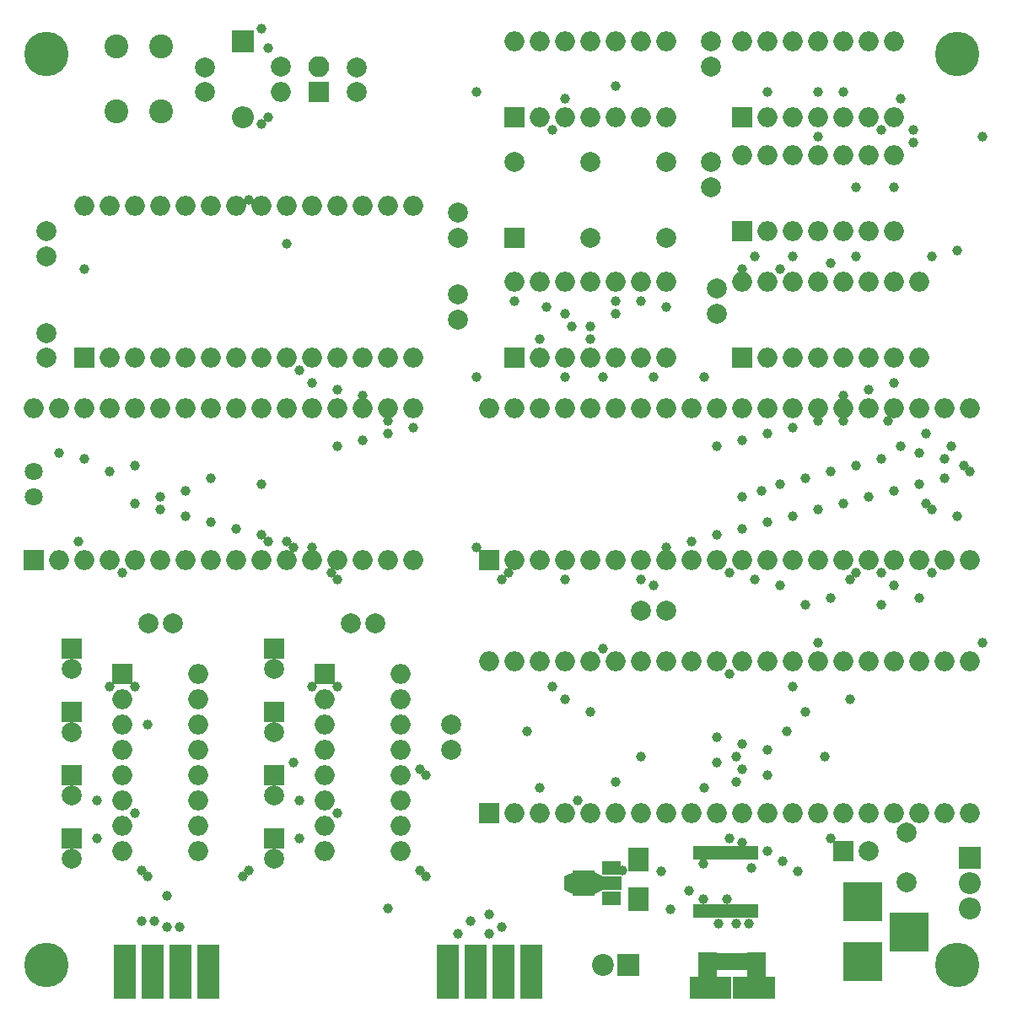
<source format=gbr>
G04 #@! TF.FileFunction,Soldermask,Bot*
%FSLAX46Y46*%
G04 Gerber Fmt 4.6, Leading zero omitted, Abs format (unit mm)*
G04 Created by KiCad (PCBNEW 4.0.7-e2-6376~58~ubuntu16.04.1) date Tue May 29 14:50:19 2018*
%MOMM*%
%LPD*%
G01*
G04 APERTURE LIST*
%ADD10C,0.100000*%
%ADD11R,2.000000X2.000000*%
%ADD12O,2.000000X2.000000*%
%ADD13R,2.180000X5.480000*%
%ADD14C,2.000000*%
%ADD15R,3.900000X3.900000*%
%ADD16C,2.400000*%
%ADD17R,2.200000X2.200000*%
%ADD18O,2.200000X2.200000*%
%ADD19C,4.464000*%
%ADD20R,2.100000X2.100000*%
%ADD21O,2.100000X2.100000*%
%ADD22C,1.800000*%
%ADD23C,2.200000*%
%ADD24R,0.800000X1.400000*%
%ADD25R,2.100000X2.400000*%
%ADD26R,0.850000X1.780000*%
%ADD27R,1.875000X2.500000*%
%ADD28R,2.775000X2.300000*%
%ADD29R,1.575000X2.300000*%
%ADD30R,1.900000X1.400000*%
%ADD31R,2.200000X1.400000*%
%ADD32R,2.240000X2.600000*%
%ADD33C,1.000000*%
G04 APERTURE END LIST*
D10*
D11*
X180340000Y-58420000D03*
D12*
X195580000Y-50800000D03*
X182880000Y-58420000D03*
X193040000Y-50800000D03*
X185420000Y-58420000D03*
X190500000Y-50800000D03*
X187960000Y-58420000D03*
X187960000Y-50800000D03*
X190500000Y-58420000D03*
X185420000Y-50800000D03*
X193040000Y-58420000D03*
X182880000Y-50800000D03*
X195580000Y-58420000D03*
X180340000Y-50800000D03*
D11*
X157480000Y-71120000D03*
D12*
X172720000Y-63500000D03*
X160020000Y-71120000D03*
X170180000Y-63500000D03*
X162560000Y-71120000D03*
X167640000Y-63500000D03*
X165100000Y-71120000D03*
X165100000Y-63500000D03*
X167640000Y-71120000D03*
X162560000Y-63500000D03*
X170180000Y-71120000D03*
X160020000Y-63500000D03*
X172720000Y-71120000D03*
X157480000Y-63500000D03*
D11*
X154940000Y-116840000D03*
D12*
X203200000Y-101600000D03*
X157480000Y-116840000D03*
X200660000Y-101600000D03*
X160020000Y-116840000D03*
X198120000Y-101600000D03*
X162560000Y-116840000D03*
X195580000Y-101600000D03*
X165100000Y-116840000D03*
X193040000Y-101600000D03*
X167640000Y-116840000D03*
X190500000Y-101600000D03*
X170180000Y-116840000D03*
X187960000Y-101600000D03*
X172720000Y-116840000D03*
X185420000Y-101600000D03*
X175260000Y-116840000D03*
X182880000Y-101600000D03*
X177800000Y-116840000D03*
X180340000Y-101600000D03*
X180340000Y-116840000D03*
X177800000Y-101600000D03*
X182880000Y-116840000D03*
X175260000Y-101600000D03*
X185420000Y-116840000D03*
X172720000Y-101600000D03*
X187960000Y-116840000D03*
X170180000Y-101600000D03*
X190500000Y-116840000D03*
X167640000Y-101600000D03*
X193040000Y-116840000D03*
X165100000Y-101600000D03*
X195580000Y-116840000D03*
X162560000Y-101600000D03*
X198120000Y-116840000D03*
X160020000Y-101600000D03*
X200660000Y-116840000D03*
X157480000Y-101600000D03*
X203200000Y-116840000D03*
X154940000Y-101600000D03*
D13*
X126745000Y-132715000D03*
X123955000Y-132715000D03*
X121155000Y-132715000D03*
X118365000Y-132715000D03*
D11*
X133350000Y-100330000D03*
D14*
X133350000Y-102330000D03*
D11*
X133350000Y-113030000D03*
D14*
X133350000Y-115030000D03*
D11*
X133350000Y-119380000D03*
D14*
X133350000Y-121380000D03*
D11*
X133350000Y-106680000D03*
D14*
X133350000Y-108680000D03*
X126365000Y-44450000D03*
X126365000Y-41950000D03*
X141605000Y-44450000D03*
X141605000Y-41950000D03*
X123190000Y-97790000D03*
X120690000Y-97790000D03*
X177800000Y-64135000D03*
X177800000Y-66635000D03*
X177165000Y-39370000D03*
X177165000Y-41870000D03*
X151130000Y-107950000D03*
X151130000Y-110450000D03*
X110490000Y-58420000D03*
X110490000Y-60920000D03*
X177165000Y-51435000D03*
X177165000Y-53935000D03*
X170180000Y-96520000D03*
X172680000Y-96520000D03*
X151765000Y-59055000D03*
X151765000Y-56555000D03*
X110490000Y-71120000D03*
X110490000Y-68620000D03*
X143510000Y-97790000D03*
X141010000Y-97790000D03*
X151765000Y-64770000D03*
X151765000Y-67270000D03*
D11*
X113030000Y-100330000D03*
D14*
X113030000Y-102330000D03*
D11*
X113030000Y-113030000D03*
D14*
X113030000Y-115030000D03*
D11*
X113030000Y-106680000D03*
D14*
X113030000Y-108680000D03*
D11*
X113030000Y-119380000D03*
D14*
X113030000Y-121380000D03*
D13*
X159130000Y-132715000D03*
X156340000Y-132715000D03*
X153540000Y-132715000D03*
X150750000Y-132715000D03*
D15*
X192405000Y-125730000D03*
X192405000Y-131730000D03*
X197105000Y-128730000D03*
D14*
X133985000Y-41910000D03*
D12*
X133985000Y-44450000D03*
D16*
X121975000Y-46355000D03*
X117475000Y-46355000D03*
X121975000Y-39855000D03*
X117475000Y-39855000D03*
D11*
X154940000Y-91440000D03*
D12*
X203200000Y-76200000D03*
X157480000Y-91440000D03*
X200660000Y-76200000D03*
X160020000Y-91440000D03*
X198120000Y-76200000D03*
X162560000Y-91440000D03*
X195580000Y-76200000D03*
X165100000Y-91440000D03*
X193040000Y-76200000D03*
X167640000Y-91440000D03*
X190500000Y-76200000D03*
X170180000Y-91440000D03*
X187960000Y-76200000D03*
X172720000Y-91440000D03*
X185420000Y-76200000D03*
X175260000Y-91440000D03*
X182880000Y-76200000D03*
X177800000Y-91440000D03*
X180340000Y-76200000D03*
X180340000Y-91440000D03*
X177800000Y-76200000D03*
X182880000Y-91440000D03*
X175260000Y-76200000D03*
X185420000Y-91440000D03*
X172720000Y-76200000D03*
X187960000Y-91440000D03*
X170180000Y-76200000D03*
X190500000Y-91440000D03*
X167640000Y-76200000D03*
X193040000Y-91440000D03*
X165100000Y-76200000D03*
X195580000Y-91440000D03*
X162560000Y-76200000D03*
X198120000Y-91440000D03*
X160020000Y-76200000D03*
X200660000Y-91440000D03*
X157480000Y-76200000D03*
X203200000Y-91440000D03*
X154940000Y-76200000D03*
D11*
X180340000Y-46990000D03*
D12*
X195580000Y-39370000D03*
X182880000Y-46990000D03*
X193040000Y-39370000D03*
X185420000Y-46990000D03*
X190500000Y-39370000D03*
X187960000Y-46990000D03*
X187960000Y-39370000D03*
X190500000Y-46990000D03*
X185420000Y-39370000D03*
X193040000Y-46990000D03*
X182880000Y-39370000D03*
X195580000Y-46990000D03*
X180340000Y-39370000D03*
D11*
X138430000Y-102870000D03*
D12*
X146050000Y-120650000D03*
X138430000Y-105410000D03*
X146050000Y-118110000D03*
X138430000Y-107950000D03*
X146050000Y-115570000D03*
X138430000Y-110490000D03*
X146050000Y-113030000D03*
X138430000Y-113030000D03*
X146050000Y-110490000D03*
X138430000Y-115570000D03*
X146050000Y-107950000D03*
X138430000Y-118110000D03*
X146050000Y-105410000D03*
X138430000Y-120650000D03*
X146050000Y-102870000D03*
D11*
X114300000Y-71120000D03*
D12*
X147320000Y-55880000D03*
X116840000Y-71120000D03*
X144780000Y-55880000D03*
X119380000Y-71120000D03*
X142240000Y-55880000D03*
X121920000Y-71120000D03*
X139700000Y-55880000D03*
X124460000Y-71120000D03*
X137160000Y-55880000D03*
X127000000Y-71120000D03*
X134620000Y-55880000D03*
X129540000Y-71120000D03*
X132080000Y-55880000D03*
X132080000Y-71120000D03*
X129540000Y-55880000D03*
X134620000Y-71120000D03*
X127000000Y-55880000D03*
X137160000Y-71120000D03*
X124460000Y-55880000D03*
X139700000Y-71120000D03*
X121920000Y-55880000D03*
X142240000Y-71120000D03*
X119380000Y-55880000D03*
X144780000Y-71120000D03*
X116840000Y-55880000D03*
X147320000Y-71120000D03*
X114300000Y-55880000D03*
D11*
X118110000Y-102870000D03*
D12*
X125730000Y-120650000D03*
X118110000Y-105410000D03*
X125730000Y-118110000D03*
X118110000Y-107950000D03*
X125730000Y-115570000D03*
X118110000Y-110490000D03*
X125730000Y-113030000D03*
X118110000Y-113030000D03*
X125730000Y-110490000D03*
X118110000Y-115570000D03*
X125730000Y-107950000D03*
X118110000Y-118110000D03*
X125730000Y-105410000D03*
X118110000Y-120650000D03*
X125730000Y-102870000D03*
D17*
X203200000Y-121285000D03*
D18*
X203200000Y-123825000D03*
X203200000Y-126365000D03*
D19*
X110490000Y-132080000D03*
X201930000Y-40640000D03*
X110490000Y-40640000D03*
X201930000Y-132080000D03*
D11*
X157480000Y-59055000D03*
D14*
X157480000Y-51435000D03*
X172720000Y-51435000D03*
X172720000Y-59055000D03*
D11*
X157480000Y-59055000D03*
D14*
X157480000Y-51435000D03*
X165100000Y-51435000D03*
X165100000Y-59055000D03*
X196850000Y-118745000D03*
X196850000Y-123745000D03*
D11*
X190500000Y-120650000D03*
D14*
X193000000Y-120650000D03*
D17*
X130175000Y-39370000D03*
D18*
X130175000Y-46990000D03*
D20*
X137795000Y-44450000D03*
D21*
X137795000Y-41910000D03*
D11*
X109220000Y-91440000D03*
D12*
X147320000Y-76200000D03*
X111760000Y-91440000D03*
X144780000Y-76200000D03*
X114300000Y-91440000D03*
X142240000Y-76200000D03*
X116840000Y-91440000D03*
X139700000Y-76200000D03*
X119380000Y-91440000D03*
X137160000Y-76200000D03*
X121920000Y-91440000D03*
X134620000Y-76200000D03*
X124460000Y-91440000D03*
X132080000Y-76200000D03*
X127000000Y-91440000D03*
X129540000Y-76200000D03*
X129540000Y-91440000D03*
X127000000Y-76200000D03*
X132080000Y-91440000D03*
X124460000Y-76200000D03*
X134620000Y-91440000D03*
X121920000Y-76200000D03*
X137160000Y-91440000D03*
X119380000Y-76200000D03*
X139700000Y-91440000D03*
X116840000Y-76200000D03*
X142240000Y-91440000D03*
X114300000Y-76200000D03*
X144780000Y-91440000D03*
X111760000Y-76200000D03*
X147320000Y-91440000D03*
X109220000Y-76200000D03*
D22*
X109220000Y-85090000D03*
X109220000Y-82550000D03*
D17*
X168910000Y-132080000D03*
D23*
X166370000Y-132080000D03*
D24*
X175764000Y-120798000D03*
X176414000Y-120798000D03*
X177064000Y-120798000D03*
X177714000Y-120798000D03*
X178364000Y-120798000D03*
X179014000Y-120798000D03*
X179664000Y-120798000D03*
X180314000Y-120798000D03*
X180964000Y-120798000D03*
X181614000Y-120798000D03*
X181614000Y-126598000D03*
X180964000Y-126598000D03*
X180314000Y-126598000D03*
X179664000Y-126598000D03*
X179014000Y-126598000D03*
X178364000Y-126598000D03*
X177714000Y-126598000D03*
X177064000Y-126598000D03*
X176414000Y-126598000D03*
X175764000Y-126598000D03*
D25*
X169926000Y-121444000D03*
X169926000Y-125444000D03*
D26*
X180624000Y-131706000D03*
X179974000Y-131706000D03*
X179324000Y-131706000D03*
X178674000Y-131706000D03*
X178024000Y-131706000D03*
D27*
X181786500Y-132066000D03*
X176861500Y-132066000D03*
D28*
X182234000Y-134366000D03*
X176414000Y-134366000D03*
D29*
X180164000Y-134366000D03*
X178484000Y-134366000D03*
D10*
G36*
X162443000Y-123125000D02*
X163693000Y-122525000D01*
X163693000Y-125125000D01*
X162443000Y-124525000D01*
X162443000Y-123125000D01*
X162443000Y-123125000D01*
G37*
D30*
X167215000Y-122325000D03*
D31*
X167068500Y-123825000D03*
D30*
X167215000Y-125325000D03*
D32*
X164401500Y-123825000D03*
D10*
G36*
X166511200Y-124425000D02*
X165111200Y-125125000D01*
X165111200Y-122525000D01*
X166511200Y-123225000D01*
X166511200Y-124425000D01*
X166511200Y-124425000D01*
G37*
D11*
X157480000Y-46990000D03*
D12*
X172720000Y-39370000D03*
X160020000Y-46990000D03*
X170180000Y-39370000D03*
X162560000Y-46990000D03*
X167640000Y-39370000D03*
X165100000Y-46990000D03*
X165100000Y-39370000D03*
X167640000Y-46990000D03*
X162560000Y-39370000D03*
X170180000Y-46990000D03*
X160020000Y-39370000D03*
X172720000Y-46990000D03*
X157480000Y-39370000D03*
D11*
X180340000Y-71120000D03*
D12*
X198120000Y-63500000D03*
X182880000Y-71120000D03*
X195580000Y-63500000D03*
X185420000Y-71120000D03*
X193040000Y-63500000D03*
X187960000Y-71120000D03*
X190500000Y-63500000D03*
X190500000Y-71120000D03*
X187960000Y-63500000D03*
X193040000Y-71120000D03*
X185420000Y-63500000D03*
X195580000Y-71120000D03*
X182880000Y-63500000D03*
X198120000Y-71120000D03*
X180340000Y-63500000D03*
D33*
X137160000Y-104140000D03*
X135890000Y-119380000D03*
X135890000Y-115570000D03*
X133350000Y-106680000D03*
X181610000Y-60960000D03*
X185420000Y-60960000D03*
X167640000Y-43815000D03*
X163830000Y-115570000D03*
X167640000Y-65405000D03*
X157480000Y-65405000D03*
X162560000Y-105410000D03*
X191135000Y-105410000D03*
X114300000Y-62230000D03*
X180340000Y-62230000D03*
X139700000Y-116840000D03*
X139700000Y-104140000D03*
X119380000Y-116840000D03*
X119380000Y-104140000D03*
X170180000Y-93345000D03*
X162560000Y-93345000D03*
X165100000Y-69215000D03*
X160020000Y-69215000D03*
X197485000Y-48260000D03*
X197485000Y-49530000D03*
X195580000Y-53975000D03*
X168275000Y-122555000D03*
X172212000Y-122682000D03*
X182880000Y-120650000D03*
X185928000Y-122682000D03*
X153670000Y-73025000D03*
X153670000Y-44450000D03*
X166370000Y-100330000D03*
X166370000Y-73025000D03*
X162560000Y-73025000D03*
X116840000Y-104140000D03*
X115570000Y-119380000D03*
X115570000Y-115570000D03*
X144780000Y-126365000D03*
X151765000Y-128905000D03*
X154940000Y-128905000D03*
X154940000Y-127000000D03*
X156210000Y-128270000D03*
X153035000Y-127635000D03*
X120015000Y-127635000D03*
X120015000Y-122555000D03*
X120650000Y-107950000D03*
X122555000Y-128270000D03*
X122555000Y-125095000D03*
X120650000Y-123190000D03*
X123825000Y-128270000D03*
X121285000Y-127635000D03*
X191770000Y-81915000D03*
X202565000Y-81915000D03*
X119380000Y-81915000D03*
X194310000Y-81280000D03*
X114300000Y-81280000D03*
X200660000Y-81280000D03*
X184150000Y-62230000D03*
X198120000Y-80645000D03*
X111760000Y-80645000D03*
X201295000Y-80010000D03*
X196215000Y-80010000D03*
X195580000Y-73660000D03*
X137160000Y-73660000D03*
X139700000Y-74295000D03*
X194310000Y-92710000D03*
X199390000Y-92710000D03*
X193040000Y-74295000D03*
X142240000Y-74930000D03*
X190500000Y-74930000D03*
X190500000Y-77470000D03*
X194945000Y-77470000D03*
X144780000Y-77470000D03*
X187960000Y-77470000D03*
X189230000Y-95250000D03*
X198120000Y-95250000D03*
X153670000Y-90170000D03*
X172720000Y-90170000D03*
X137160000Y-90170000D03*
X147320000Y-78105000D03*
X186690000Y-95885000D03*
X194310000Y-95885000D03*
X185420000Y-78105000D03*
X160020000Y-114300000D03*
X176530000Y-114300000D03*
X175260000Y-89535000D03*
X134620000Y-89535000D03*
X184150000Y-93980000D03*
X195580000Y-93980000D03*
X182880000Y-78740000D03*
X144780000Y-78740000D03*
X165100000Y-106680000D03*
X186690000Y-106680000D03*
X177800000Y-88900000D03*
X132080000Y-88900000D03*
X181610000Y-93345000D03*
X191135000Y-93345000D03*
X180340000Y-79375000D03*
X142240000Y-79375000D03*
X167640000Y-113665000D03*
X179705000Y-113665000D03*
X179705000Y-111125000D03*
X188595000Y-111125000D03*
X180340000Y-88265000D03*
X129540000Y-88265000D03*
X139700000Y-80010000D03*
X179070000Y-92710000D03*
X191770000Y-92710000D03*
X177800000Y-80010000D03*
X182880000Y-87630000D03*
X127000000Y-87630000D03*
X171450000Y-93980000D03*
X118110000Y-92710000D03*
X201930000Y-60325000D03*
X201930000Y-86995000D03*
X185420000Y-86995000D03*
X124460000Y-86995000D03*
X191770000Y-53975000D03*
X191770000Y-60960000D03*
X199390000Y-60960000D03*
X199390000Y-86360000D03*
X187960000Y-86360000D03*
X121920000Y-86360000D03*
X170180000Y-65405000D03*
X171450000Y-73025000D03*
X176530000Y-73025000D03*
X189230000Y-61595000D03*
X198755000Y-78740000D03*
X198755000Y-85725000D03*
X190500000Y-85725000D03*
X119380000Y-85725000D03*
X162560000Y-66675000D03*
X167640000Y-66675000D03*
X180340000Y-85090000D03*
X121920000Y-85090000D03*
X193040000Y-85090000D03*
X182245000Y-84455000D03*
X124460000Y-84455000D03*
X195580000Y-84455000D03*
X184150000Y-83820000D03*
X198120000Y-83820000D03*
X132080000Y-83820000D03*
X186690000Y-83185000D03*
X200660000Y-83185000D03*
X127000000Y-83185000D03*
X189230000Y-82550000D03*
X116840000Y-82550000D03*
X203200000Y-82550000D03*
X132715000Y-40005000D03*
X132715000Y-46990000D03*
X130810000Y-55245000D03*
X196215000Y-45085000D03*
X182880000Y-44450000D03*
X187960000Y-44450000D03*
X134620000Y-59690000D03*
X204470000Y-48895000D03*
X187960000Y-48895000D03*
X204470000Y-99695000D03*
X187960000Y-99695000D03*
X135890000Y-72390000D03*
X160655000Y-66040000D03*
X172720000Y-66040000D03*
X182880000Y-113030000D03*
X180340000Y-112395000D03*
X177800000Y-111760000D03*
X189230000Y-119380000D03*
X170180000Y-111125000D03*
X148590000Y-113030000D03*
X148590000Y-123190000D03*
X130175000Y-123190000D03*
X130810000Y-122555000D03*
X182880000Y-110490000D03*
X147955000Y-112395000D03*
X147955000Y-122555000D03*
X180340000Y-109855000D03*
X135255000Y-111760000D03*
X177800000Y-109220000D03*
X180314000Y-119761000D03*
X176403000Y-125476000D03*
X179070000Y-102870000D03*
X179070000Y-119380000D03*
X132080000Y-47625000D03*
X132080000Y-38100000D03*
X139700000Y-93345000D03*
X132715000Y-89535000D03*
X113665000Y-89535000D03*
X156210000Y-93345000D03*
X158750000Y-108585000D03*
X184785000Y-108585000D03*
X139065000Y-92710000D03*
X185420000Y-104140000D03*
X161290000Y-104140000D03*
X156845000Y-92710000D03*
X135255000Y-90170000D03*
X163195000Y-67945000D03*
X165100000Y-67945000D03*
X178816000Y-125476000D03*
X184404000Y-121666000D03*
X181229000Y-122301000D03*
X176403000Y-121920000D03*
X180975000Y-127889000D03*
X179705000Y-127889000D03*
X177927000Y-127889000D03*
X161290000Y-48260000D03*
X194310000Y-48260000D03*
X173101000Y-126492000D03*
X175006000Y-124587000D03*
X190500000Y-44450000D03*
X162560000Y-45085000D03*
M02*

</source>
